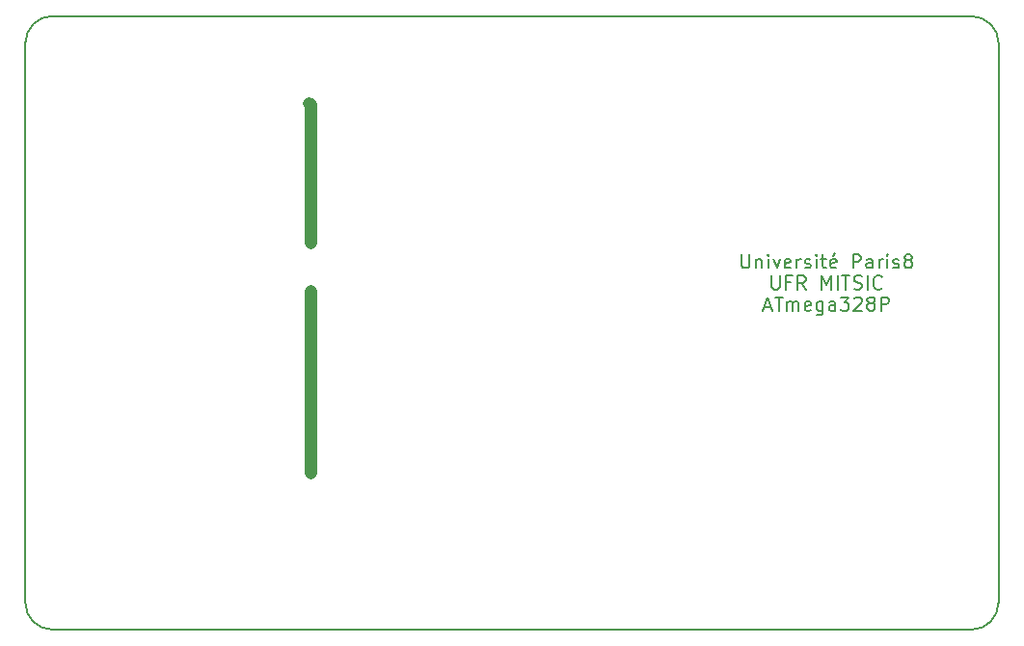
<source format=gbr>
%TF.GenerationSoftware,KiCad,Pcbnew,4.0.2+dfsg1-stable*%
%TF.CreationDate,2018-07-14T11:35:00+02:00*%
%TF.ProjectId,carte_7816,63617274655F373831362E6B69636164,rev?*%
%TF.FileFunction,Copper,L1,Top,Signal*%
%FSLAX46Y46*%
G04 Gerber Fmt 4.6, Leading zero omitted, Abs format (unit mm)*
G04 Created by KiCad (PCBNEW 4.0.2+dfsg1-stable) date sam. 14 juil. 2018 11:35:00 CEST*
%MOMM*%
G01*
G04 APERTURE LIST*
%ADD10C,0.100000*%
%ADD11C,0.200000*%
%ADD12C,0.150000*%
%ADD13C,0.600000*%
%ADD14C,1.100000*%
G04 APERTURE END LIST*
D10*
D11*
X62900857Y33017143D02*
X62900857Y32045714D01*
X62958000Y31931429D01*
X63015143Y31874286D01*
X63129429Y31817143D01*
X63358000Y31817143D01*
X63472286Y31874286D01*
X63529429Y31931429D01*
X63586572Y32045714D01*
X63586572Y33017143D01*
X64158000Y32617143D02*
X64158000Y31817143D01*
X64158000Y32502857D02*
X64215143Y32560000D01*
X64329429Y32617143D01*
X64500857Y32617143D01*
X64615143Y32560000D01*
X64672286Y32445714D01*
X64672286Y31817143D01*
X65243714Y31817143D02*
X65243714Y32617143D01*
X65243714Y33017143D02*
X65186571Y32960000D01*
X65243714Y32902857D01*
X65300857Y32960000D01*
X65243714Y33017143D01*
X65243714Y32902857D01*
X65700858Y32617143D02*
X65986572Y31817143D01*
X66272286Y32617143D01*
X67186572Y31874286D02*
X67072286Y31817143D01*
X66843715Y31817143D01*
X66729429Y31874286D01*
X66672286Y31988571D01*
X66672286Y32445714D01*
X66729429Y32560000D01*
X66843715Y32617143D01*
X67072286Y32617143D01*
X67186572Y32560000D01*
X67243715Y32445714D01*
X67243715Y32331429D01*
X66672286Y32217143D01*
X67758000Y31817143D02*
X67758000Y32617143D01*
X67758000Y32388571D02*
X67815143Y32502857D01*
X67872286Y32560000D01*
X67986572Y32617143D01*
X68100857Y32617143D01*
X68443714Y31874286D02*
X68558000Y31817143D01*
X68786572Y31817143D01*
X68900857Y31874286D01*
X68958000Y31988571D01*
X68958000Y32045714D01*
X68900857Y32160000D01*
X68786572Y32217143D01*
X68615143Y32217143D01*
X68500857Y32274286D01*
X68443714Y32388571D01*
X68443714Y32445714D01*
X68500857Y32560000D01*
X68615143Y32617143D01*
X68786572Y32617143D01*
X68900857Y32560000D01*
X69472286Y31817143D02*
X69472286Y32617143D01*
X69472286Y33017143D02*
X69415143Y32960000D01*
X69472286Y32902857D01*
X69529429Y32960000D01*
X69472286Y33017143D01*
X69472286Y32902857D01*
X69872287Y32617143D02*
X70329430Y32617143D01*
X70043715Y33017143D02*
X70043715Y31988571D01*
X70100858Y31874286D01*
X70215144Y31817143D01*
X70329430Y31817143D01*
X71186572Y31874286D02*
X71072286Y31817143D01*
X70843715Y31817143D01*
X70729429Y31874286D01*
X70672286Y31988571D01*
X70672286Y32445714D01*
X70729429Y32560000D01*
X70843715Y32617143D01*
X71072286Y32617143D01*
X71186572Y32560000D01*
X71243715Y32445714D01*
X71243715Y32331429D01*
X70672286Y32217143D01*
X71072286Y33074286D02*
X70900858Y32902857D01*
X72672286Y31817143D02*
X72672286Y33017143D01*
X73129429Y33017143D01*
X73243715Y32960000D01*
X73300858Y32902857D01*
X73358001Y32788571D01*
X73358001Y32617143D01*
X73300858Y32502857D01*
X73243715Y32445714D01*
X73129429Y32388571D01*
X72672286Y32388571D01*
X74386572Y31817143D02*
X74386572Y32445714D01*
X74329429Y32560000D01*
X74215143Y32617143D01*
X73986572Y32617143D01*
X73872286Y32560000D01*
X74386572Y31874286D02*
X74272286Y31817143D01*
X73986572Y31817143D01*
X73872286Y31874286D01*
X73815143Y31988571D01*
X73815143Y32102857D01*
X73872286Y32217143D01*
X73986572Y32274286D01*
X74272286Y32274286D01*
X74386572Y32331429D01*
X74958000Y31817143D02*
X74958000Y32617143D01*
X74958000Y32388571D02*
X75015143Y32502857D01*
X75072286Y32560000D01*
X75186572Y32617143D01*
X75300857Y32617143D01*
X75700857Y31817143D02*
X75700857Y32617143D01*
X75700857Y33017143D02*
X75643714Y32960000D01*
X75700857Y32902857D01*
X75758000Y32960000D01*
X75700857Y33017143D01*
X75700857Y32902857D01*
X76215143Y31874286D02*
X76329429Y31817143D01*
X76558001Y31817143D01*
X76672286Y31874286D01*
X76729429Y31988571D01*
X76729429Y32045714D01*
X76672286Y32160000D01*
X76558001Y32217143D01*
X76386572Y32217143D01*
X76272286Y32274286D01*
X76215143Y32388571D01*
X76215143Y32445714D01*
X76272286Y32560000D01*
X76386572Y32617143D01*
X76558001Y32617143D01*
X76672286Y32560000D01*
X77415144Y32502857D02*
X77300858Y32560000D01*
X77243715Y32617143D01*
X77186572Y32731429D01*
X77186572Y32788571D01*
X77243715Y32902857D01*
X77300858Y32960000D01*
X77415144Y33017143D01*
X77643715Y33017143D01*
X77758001Y32960000D01*
X77815144Y32902857D01*
X77872287Y32788571D01*
X77872287Y32731429D01*
X77815144Y32617143D01*
X77758001Y32560000D01*
X77643715Y32502857D01*
X77415144Y32502857D01*
X77300858Y32445714D01*
X77243715Y32388571D01*
X77186572Y32274286D01*
X77186572Y32045714D01*
X77243715Y31931429D01*
X77300858Y31874286D01*
X77415144Y31817143D01*
X77643715Y31817143D01*
X77758001Y31874286D01*
X77815144Y31931429D01*
X77872287Y32045714D01*
X77872287Y32274286D01*
X77815144Y32388571D01*
X77758001Y32445714D01*
X77643715Y32502857D01*
X65557999Y31137143D02*
X65557999Y30165714D01*
X65615142Y30051429D01*
X65672285Y29994286D01*
X65786571Y29937143D01*
X66015142Y29937143D01*
X66129428Y29994286D01*
X66186571Y30051429D01*
X66243714Y30165714D01*
X66243714Y31137143D01*
X67215142Y30565714D02*
X66815142Y30565714D01*
X66815142Y29937143D02*
X66815142Y31137143D01*
X67386571Y31137143D01*
X68529428Y29937143D02*
X68129428Y30508571D01*
X67843713Y29937143D02*
X67843713Y31137143D01*
X68300856Y31137143D01*
X68415142Y31080000D01*
X68472285Y31022857D01*
X68529428Y30908571D01*
X68529428Y30737143D01*
X68472285Y30622857D01*
X68415142Y30565714D01*
X68300856Y30508571D01*
X67843713Y30508571D01*
X69957999Y29937143D02*
X69957999Y31137143D01*
X70357999Y30280000D01*
X70757999Y31137143D01*
X70757999Y29937143D01*
X71329428Y29937143D02*
X71329428Y31137143D01*
X71729429Y31137143D02*
X72415143Y31137143D01*
X72072286Y29937143D02*
X72072286Y31137143D01*
X72758000Y29994286D02*
X72929429Y29937143D01*
X73215143Y29937143D01*
X73329429Y29994286D01*
X73386572Y30051429D01*
X73443715Y30165714D01*
X73443715Y30280000D01*
X73386572Y30394286D01*
X73329429Y30451429D01*
X73215143Y30508571D01*
X72986572Y30565714D01*
X72872286Y30622857D01*
X72815143Y30680000D01*
X72758000Y30794286D01*
X72758000Y30908571D01*
X72815143Y31022857D01*
X72872286Y31080000D01*
X72986572Y31137143D01*
X73272286Y31137143D01*
X73443715Y31080000D01*
X73958000Y29937143D02*
X73958000Y31137143D01*
X75215144Y30051429D02*
X75158001Y29994286D01*
X74986572Y29937143D01*
X74872286Y29937143D01*
X74700858Y29994286D01*
X74586572Y30108571D01*
X74529429Y30222857D01*
X74472286Y30451429D01*
X74472286Y30622857D01*
X74529429Y30851429D01*
X74586572Y30965714D01*
X74700858Y31080000D01*
X74872286Y31137143D01*
X74986572Y31137143D01*
X75158001Y31080000D01*
X75215144Y31022857D01*
X64900858Y28400000D02*
X65472287Y28400000D01*
X64786573Y28057143D02*
X65186573Y29257143D01*
X65586573Y28057143D01*
X65815144Y29257143D02*
X66500858Y29257143D01*
X66158001Y28057143D02*
X66158001Y29257143D01*
X66900858Y28057143D02*
X66900858Y28857143D01*
X66900858Y28742857D02*
X66958001Y28800000D01*
X67072287Y28857143D01*
X67243715Y28857143D01*
X67358001Y28800000D01*
X67415144Y28685714D01*
X67415144Y28057143D01*
X67415144Y28685714D02*
X67472287Y28800000D01*
X67586573Y28857143D01*
X67758001Y28857143D01*
X67872287Y28800000D01*
X67929430Y28685714D01*
X67929430Y28057143D01*
X68958001Y28114286D02*
X68843715Y28057143D01*
X68615144Y28057143D01*
X68500858Y28114286D01*
X68443715Y28228571D01*
X68443715Y28685714D01*
X68500858Y28800000D01*
X68615144Y28857143D01*
X68843715Y28857143D01*
X68958001Y28800000D01*
X69015144Y28685714D01*
X69015144Y28571429D01*
X68443715Y28457143D01*
X70043715Y28857143D02*
X70043715Y27885714D01*
X69986572Y27771429D01*
X69929429Y27714286D01*
X69815144Y27657143D01*
X69643715Y27657143D01*
X69529429Y27714286D01*
X70043715Y28114286D02*
X69929429Y28057143D01*
X69700858Y28057143D01*
X69586572Y28114286D01*
X69529429Y28171429D01*
X69472286Y28285714D01*
X69472286Y28628571D01*
X69529429Y28742857D01*
X69586572Y28800000D01*
X69700858Y28857143D01*
X69929429Y28857143D01*
X70043715Y28800000D01*
X71129429Y28057143D02*
X71129429Y28685714D01*
X71072286Y28800000D01*
X70958000Y28857143D01*
X70729429Y28857143D01*
X70615143Y28800000D01*
X71129429Y28114286D02*
X71015143Y28057143D01*
X70729429Y28057143D01*
X70615143Y28114286D01*
X70558000Y28228571D01*
X70558000Y28342857D01*
X70615143Y28457143D01*
X70729429Y28514286D01*
X71015143Y28514286D01*
X71129429Y28571429D01*
X71586572Y29257143D02*
X72329429Y29257143D01*
X71929429Y28800000D01*
X72100857Y28800000D01*
X72215143Y28742857D01*
X72272286Y28685714D01*
X72329429Y28571429D01*
X72329429Y28285714D01*
X72272286Y28171429D01*
X72215143Y28114286D01*
X72100857Y28057143D01*
X71758000Y28057143D01*
X71643714Y28114286D01*
X71586572Y28171429D01*
X72786571Y29142857D02*
X72843714Y29200000D01*
X72958000Y29257143D01*
X73243714Y29257143D01*
X73358000Y29200000D01*
X73415143Y29142857D01*
X73472286Y29028571D01*
X73472286Y28914286D01*
X73415143Y28742857D01*
X72729429Y28057143D01*
X73472286Y28057143D01*
X74158000Y28742857D02*
X74043714Y28800000D01*
X73986571Y28857143D01*
X73929428Y28971429D01*
X73929428Y29028571D01*
X73986571Y29142857D01*
X74043714Y29200000D01*
X74158000Y29257143D01*
X74386571Y29257143D01*
X74500857Y29200000D01*
X74558000Y29142857D01*
X74615143Y29028571D01*
X74615143Y28971429D01*
X74558000Y28857143D01*
X74500857Y28800000D01*
X74386571Y28742857D01*
X74158000Y28742857D01*
X74043714Y28685714D01*
X73986571Y28628571D01*
X73929428Y28514286D01*
X73929428Y28285714D01*
X73986571Y28171429D01*
X74043714Y28114286D01*
X74158000Y28057143D01*
X74386571Y28057143D01*
X74500857Y28114286D01*
X74558000Y28171429D01*
X74615143Y28285714D01*
X74615143Y28514286D01*
X74558000Y28628571D01*
X74500857Y28685714D01*
X74386571Y28742857D01*
X75129428Y28057143D02*
X75129428Y29257143D01*
X75586571Y29257143D01*
X75700857Y29200000D01*
X75758000Y29142857D01*
X75815143Y29028571D01*
X75815143Y28857143D01*
X75758000Y28742857D01*
X75700857Y28685714D01*
X75586571Y28628571D01*
X75129428Y28628571D01*
D12*
X85471000Y51562000D02*
X85471000Y2413000D01*
X2413000Y0D02*
X83058000Y0D01*
X0Y51562000D02*
X0Y2413000D01*
X83058000Y53975000D02*
X2413000Y53975000D01*
X83058000Y0D02*
G75*
G03X85471000Y2413000I0J2413000D01*
G01*
X0Y2413000D02*
G75*
G03X2413000Y0I2413000J0D01*
G01*
X2413000Y53975000D02*
G75*
G03X0Y51562000I0J-2413000D01*
G01*
X85471000Y51562000D02*
G75*
G03X83058000Y53975000I-2413000J0D01*
G01*
D13*
X25019000Y29845000D03*
X25019000Y13792200D03*
X24892000Y46355000D03*
X25019000Y34036000D03*
D14*
X25019000Y13792200D02*
X25019000Y29845000D01*
X25019000Y46228000D02*
X25019000Y34036000D01*
X24892000Y46355000D02*
X25019000Y46228000D01*
M02*

</source>
